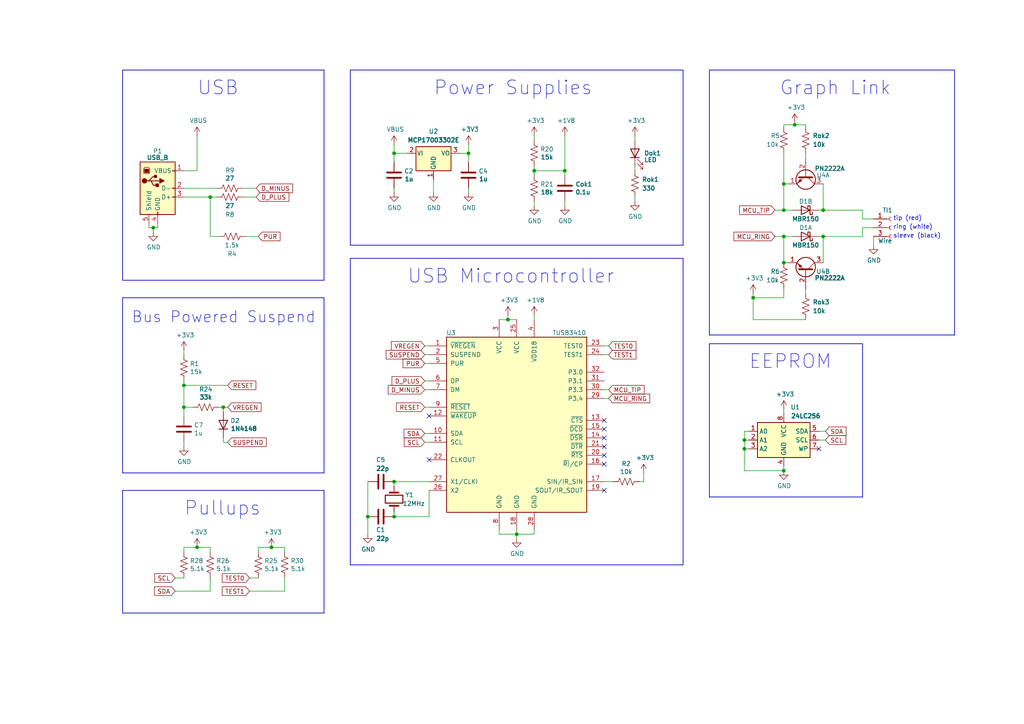
<source format=kicad_sch>
(kicad_sch (version 20230121) (generator eeschema)
  (paper "A4")
  (title_block (title "TI USB Graph Link \"okrayo\" Breadboard") (date "2023-Jul-09") (rev "2"))
  (lib_symbols
    (symbol "Connector:USB_B" (pin_names (offset 1.016))
      (property "Reference" "J1" (at 0 12.065 0))
      (property "Value" "USB_B" (at 0 9.525 0))
      (symbol "USB_B_0_1"
        (rectangle (start -5.08 -7.62) (end 5.08 7.62) (stroke (width 0.254)) (fill (type background)))
        (circle (center -3.81 2.159) (radius 0.635) (stroke (width 0.254)) (fill (type outline)))
        (rectangle (start -3.81 5.588) (end -2.54 4.572) (fill (type outline)))
        (circle (center -0.635 3.429) (radius 0.381) (stroke (width 0.254)) (fill (type outline)))
        (rectangle (start -0.127 -7.62) (end 0.127 -6.858))
        (polyline (pts (xy -1.905 2.159) (xy 0.635 2.159)) (stroke (width 0.254)))
        (polyline (pts (xy -3.175 2.159) (xy -2.54 2.159) (xy -1.27 3.429) (xy -0.635 3.429)) (stroke (width 0.254)))
        (polyline (pts (xy -2.54 2.159) (xy -1.905 2.159) (xy -1.27 0.889) (xy 0 0.889)) (stroke (width 0.254)))
        (polyline (pts (xy 0.635 2.794) (xy 0.635 1.524) (xy 1.905 2.159) (xy 0.635 2.794)) (stroke (width 0.254)) (fill (type outline)))
        (polyline (pts (xy -4.064 4.318) (xy -2.286 4.318) (xy -2.286 5.715) (xy -2.667 6.096) (xy -3.683 6.096) (xy -4.064 5.715) (xy -4.064 4.318)))
        (rectangle (start 0.254 1.27) (end -0.508 0.508) (stroke (width 0.254)) (fill (type outline)))
        (rectangle (start 5.08 -2.667) (end 4.318 -2.413))
        (rectangle (start 5.08 -0.127) (end 4.318 0.127))
        (rectangle (start 5.08 4.953) (end 4.318 5.207))
      )
      (symbol "USB_B_1_1"
        (pin power_out line (at 7.62 5.08 180) (length 2.54) (name "VBUS") (number "1"))
        (pin bidirectional line (at 7.62 0 180) (length 2.54) (name "D-") (number "2"))
        (pin bidirectional line (at 7.62 -2.54 180) (length 2.54) (name "D+") (number "3"))
        (pin power_out line (at 0 -10.16 90) (length 2.54) (name "GND") (number "4"))
        (pin passive line (at -2.54 -10.16 90) (length 2.54) (name "Shield") (number "5"))
      )
    )
    (symbol "Device:C" (pin_numbers hide) (pin_names (offset 0.254))
      (property "Reference" "C" (at 0.635 2.54 0))
      (property "Value" "C" (at 0.635 -2.54 0))
      (symbol "C_0_1"
        (polyline (pts (xy -2.032 -0.762) (xy 2.032 -0.762)) (stroke (width 0.508)))
        (polyline (pts (xy -2.032 0.762) (xy 2.032 0.762)) (stroke (width 0.508)))
      )
      (symbol "C_1_1"
        (pin passive line (at 0 3.81 270) (length 2.794) (name "~") (number "1"))
        (pin passive line (at 0 -3.81 90) (length 2.794) (name "~") (number "2"))
      )
    )
    (symbol "Device:Crystal" (pin_numbers hide) (pin_names (offset 1.016) hide)
      (property "Reference" "Y" (at 0 3.81 0))
      (property "Value" "Crystal" (at 0 -3.81 0))
      (symbol "Crystal_0_1"
        (rectangle (start -1.143 2.54) (end 1.143 -2.54) (stroke (width 0.3048)))
        (polyline (pts (xy -2.54 0) (xy -1.905 0)))
        (polyline (pts (xy -1.905 -1.27) (xy -1.905 1.27)) (stroke (width 0.508)))
        (polyline (pts (xy 1.905 -1.27) (xy 1.905 1.27)) (stroke (width 0.508)))
        (polyline (pts (xy 2.54 0) (xy 1.905 0)))
      )
      (symbol "Crystal_1_1"
        (pin passive line (at -3.81 0 0) (length 1.27) (name "1") (number "1"))
        (pin passive line (at 3.81 0 180) (length 1.27) (name "2") (number "2"))
      )
    )
    (symbol "Device:LED" (pin_numbers hide) (pin_names (offset 1.016) hide)
      (property "Reference" "D" (at 0 2.54 0))
      (property "Value" "LED" (at 0 -2.54 0))
      (symbol "LED_0_1"
        (polyline (pts (xy -1.27 -1.27) (xy -1.27 1.27)) (stroke (width 0.254)))
        (polyline (pts (xy -1.27 0) (xy 1.27 0)))
        (polyline (pts (xy 1.27 -1.27) (xy 1.27 1.27) (xy -1.27 0) (xy 1.27 -1.27)) (stroke (width 0.254)))
        (polyline (pts (xy -3.048 -0.762) (xy -4.572 -2.286) (xy -3.81 -2.286) (xy -4.572 -2.286) (xy -4.572 -1.524)))
        (polyline (pts (xy -1.778 -0.762) (xy -3.302 -2.286) (xy -2.54 -2.286) (xy -3.302 -2.286) (xy -3.302 -1.524)))
      )
      (symbol "LED_1_1"
        (pin passive line (at -3.81 0 0) (length 2.54) (name "K") (number "1"))
        (pin passive line (at 3.81 0 180) (length 2.54) (name "A") (number "2"))
      )
    )
    (symbol "Device:R_US" (pin_numbers hide) (pin_names (offset 0))
      (property "Reference" "R" (at 2.54 0 90))
      (property "Value" "R_US" (at -2.54 0 90))
      (symbol "R_US_0_1"
        (polyline (pts (xy 0 -2.286) (xy 0 -2.54)))
        (polyline (pts (xy 0 2.286) (xy 0 2.54)))
        (polyline (pts (xy 0 -0.762) (xy 1.016 -1.143) (xy 0 -1.524) (xy -1.016 -1.905) (xy 0 -2.286)))
        (polyline (pts (xy 0 0.762) (xy 1.016 0.381) (xy 0 0) (xy -1.016 -0.381) (xy 0 -0.762)))
        (polyline (pts (xy 0 2.286) (xy 1.016 1.905) (xy 0 1.524) (xy -1.016 1.143) (xy 0 0.762)))
      )
      (symbol "R_US_1_1"
        (pin passive line (at 0 3.81 270) (length 1.27) (name "~") (number "1"))
        (pin passive line (at 0 -3.81 90) (length 1.27) (name "~") (number "2"))
      )
    )
    (symbol "Diode:BAS16W" (pin_numbers hide) (pin_names hide)
      (property "Reference" "D" (at 0 2.54 0))
      (property "Value" "BAS16W" (at 0 -2.54 0))
      (symbol "BAS16W_0_1"
        (polyline (pts (xy -1.27 1.27) (xy -1.27 -1.27)) (stroke (width 0.254)))
        (polyline (pts (xy 1.27 0) (xy -1.27 0)))
        (polyline (pts (xy 1.27 1.27) (xy 1.27 -1.27) (xy -1.27 0) (xy 1.27 1.27)) (stroke (width 0.254)))
      )
      (symbol "BAS16W_1_1"
        (pin passive line (at 3.81 0 180) (length 2.54) (name "A") (number "1"))
        (pin no_connect line (at -1.27 0 0) (length 2.54) hide (name "NC") (number "2"))
        (pin passive line (at -3.81 0 0) (length 2.54) (name "K") (number "3"))
      )
    )
    (symbol "Diode:SB150" (pin_numbers hide) (pin_names (offset 1.016) hide)
      (property "Reference" "D" (at 0 2.54 0))
      (property "Value" "SB150" (at 0 -2.54 0))
      (symbol "SB150_0_1"
        (polyline (pts (xy 1.27 0) (xy -1.27 0)))
        (polyline (pts (xy 1.27 1.27) (xy 1.27 -1.27) (xy -1.27 0) (xy 1.27 1.27)) (stroke (width 0.254)))
        (polyline (pts (xy -1.905 0.635) (xy -1.905 1.27) (xy -1.27 1.27) (xy -1.27 -1.27) (xy -0.635 -1.27) (xy -0.635 -0.635)) (stroke (width 0.254)))
      )
      (symbol "SB150_1_1"
        (pin passive line (at -3.81 0 0) (length 2.54) (name "K") (number "1"))
        (pin passive line (at 3.81 0 180) (length 2.54) (name "A") (number "2"))
      )
    )
    (symbol "Memory_EEPROM:24LC256"
      (property "Reference" "U" (at -6.35 6.35 0))
      (property "Value" "24LC256" (at 1.27 6.35 0))
      (symbol "24LC256_1_1"
        (rectangle (start -7.62 5.08) (end 7.62 -5.08) (stroke (width 0.254)) (fill (type background)))
        (pin input line (at -10.16 2.54 0) (length 2.54) (name "A0") (number "1"))
        (pin input line (at -10.16 0 0) (length 2.54) (name "A1") (number "2"))
        (pin input line (at -10.16 -2.54 0) (length 2.54) (name "A2") (number "3"))
        (pin power_in line (at 0 -7.62 90) (length 2.54) (name "GND") (number "4"))
        (pin bidirectional line (at 10.16 2.54 180) (length 2.54) (name "SDA") (number "5"))
        (pin input line (at 10.16 0 180) (length 2.54) (name "SCL") (number "6"))
        (pin input line (at 10.16 -2.54 180) (length 2.54) (name "WP") (number "7"))
        (pin power_in line (at 0 7.62 270) (length 2.54) (name "VCC") (number "8"))
      )
    )
    (symbol "Regulator_Linear:MCP1700x-330xxTO" (pin_names (offset 0.254))
      (property "Reference" "U" (at -3.81 -3.175 0))
      (property "Value" "MCP1700x-330xxTO" (at 0 -3.175 0))
      (symbol "MCP1700x-330xxTO_0_1"
        (rectangle (start -5.08 5.08) (end 5.08 -1.905) (stroke (width 0.254)) (fill (type background)))
      )
      (symbol "MCP1700x-330xxTO_1_1"
        (pin power_in line (at 0 7.62 270) (length 2.54) (name "GND") (number "1"))
        (pin power_in line (at -7.62 0 0) (length 2.54) (name "VI") (number "2"))
        (pin power_out line (at 7.62 0 180) (length 2.54) (name "VO") (number "3"))
      )
    )
    (symbol "Transistor_BJT:PN2222A" (pin_names (offset 0) hide)
      (property "Reference" "Q" (at 5.08 1.905 0))
      (property "Value" "PN2222A" (at 5.08 0 0))
      (symbol "PN2222A_0_1"
        (polyline (pts (xy 0 0) (xy 0.635 0)))
        (polyline (pts (xy 2.54 -2.54) (xy 0.635 -0.635)))
        (polyline (pts (xy 2.54 2.54) (xy 0.635 0.635)))
        (polyline (pts (xy 0.635 1.905) (xy 0.635 -1.905) (xy 0.635 -1.905)) (stroke (width 0.508)))
        (polyline (pts (xy 2.413 -2.413) (xy 1.905 -1.905) (xy 1.905 -1.905)))
        (polyline (pts (xy 1.143 -1.651) (xy 1.651 -1.143) (xy 2.159 -2.159) (xy 1.143 -1.651) (xy 1.143 -1.651)) (fill (type outline)))
        (circle (center 1.27 0) (radius 2.8194) (stroke (width 0.254)))
      )
      (symbol "PN2222A_1_1"
        (pin passive line (at 2.54 -5.08 90) (length 2.54) (name "E") (number "1"))
        (pin input line (at -5.08 0 0) (length 5.08) (name "B") (number "2"))
        (pin passive line (at 2.54 5.08 270) (length 2.54) (name "C") (number "3"))
      )
    )
    (symbol "power:+1V8" (power) (pin_names (offset 0))
      (property "Value" "+1V8" (at 0 3.556 0))
      (symbol "+1V8_0_1"
        (polyline (pts (xy -0.762 1.27) (xy 0 2.54)))
        (polyline (pts (xy 0 0) (xy 0 2.54)))
        (polyline (pts (xy 0 2.54) (xy 0.762 1.27)))
      )
      (symbol "+1V8_1_1"
        (pin power_in line (at 0 0 90) (length 0) hide (name "+1V8") (number "1"))
      )
    )
    (symbol "power:+3V3" (power) (pin_names (offset 0))
      (property "Value" "+3V3" (at 0 3.556 0))
      (symbol "+3V3_0_1"
        (polyline (pts (xy -0.762 1.27) (xy 0 2.54)))
        (polyline (pts (xy 0 0) (xy 0 2.54)))
        (polyline (pts (xy 0 2.54) (xy 0.762 1.27)))
      )
      (symbol "+3V3_1_1"
        (pin power_in line (at 0 0 90) (length 0) hide (name "+3V3") (number "1"))
      )
    )
    (symbol "power:GND" (power) (pin_names (offset 0))
      (property "Value" "GND" (at 0 -3.81 0))
      (symbol "GND_0_1"
        (polyline (pts (xy 0 0) (xy 0 -1.27) (xy 1.27 -1.27) (xy 0 -2.54) (xy -1.27 -1.27) (xy 0 -1.27)))
      )
      (symbol "GND_1_1"
        (pin power_in line (at 0 0 270) (length 0) hide (name "GND") (number "1"))
      )
    )
    (symbol "power:VBUS" (power) (pin_names (offset 0))
      (property "Value" "VBUS" (at 0 3.81 0))
      (symbol "VBUS_0_1"
        (polyline (pts (xy -0.762 1.27) (xy 0 2.54)))
        (polyline (pts (xy 0 0) (xy 0 2.54)))
        (polyline (pts (xy 0 2.54) (xy 0.762 1.27)))
      )
      (symbol "VBUS_1_1"
        (pin power_in line (at 0 0 90) (length 0) hide (name "VBUS") (number "1"))
      )
    )
    (symbol "ti_silver_link_okrayo_breadboard-rescue:+3.3V-power" (power) (pin_names (offset 0))
      (property "Value" "+3.3V-power" (at 0 3.556 0))
      (symbol "+3.3V-power_0_1"
        (polyline (pts (xy -0.762 1.27) (xy 0 2.54)))
        (polyline (pts (xy 0 0) (xy 0 2.54)))
        (polyline (pts (xy 0 2.54) (xy 0.762 1.27)))
      )
      (symbol "+3.3V-power_1_1"
        (pin power_in line (at 0 0 90) (length 0) hide (name "+3V3") (number "1"))
      )
    )
    (symbol "ti_silver_link_okrayo_breadboard-rescue:Conn_01x03_Female-Connector" (pin_names (offset 1.016) hide)
      (property "Reference" "J" (at 0 5.08 0))
      (property "Value" "Connector_Conn_01x03_Female" (at 0 -5.08 0))
      (symbol "Conn_01x03_Female-Connector_1_1"
        (arc (start 0 -2.032) (mid -0.5058 -2.54) (end 0 -3.048) (stroke (width 0.1524)))
        (polyline (pts (xy -1.27 -2.54) (xy -0.508 -2.54)) (stroke (width 0.1524)))
        (polyline (pts (xy -1.27 0) (xy -0.508 0)) (stroke (width 0.1524)))
        (polyline (pts (xy -1.27 2.54) (xy -0.508 2.54)) (stroke (width 0.1524)))
        (arc (start 0 0.508) (mid -0.5058 0) (end 0 -0.508) (stroke (width 0.1524)))
        (arc (start 0 3.048) (mid -0.5058 2.54) (end 0 2.032) (stroke (width 0.1524)))
        (pin passive line (at -5.08 2.54 0) (length 3.81) (name "Pin_1") (number "1"))
        (pin passive line (at -5.08 0 0) (length 3.81) (name "Pin_2") (number "2"))
        (pin passive line (at -5.08 -2.54 0) (length 3.81) (name "Pin_3") (number "3"))
      )
    )
    (symbol "ti_silver_link_okrayo_breadboard-rescue:TUSB3410-Interface_USB" (pin_names (offset 1.016))
      (property "Reference" "U" (at -19.05 26.67 0))
      (property "Value" "Interface_USB_TUSB3410" (at 0 0 0))
      (symbol "TUSB3410-Interface_USB_0_1"
        (rectangle (start -20.32 25.4) (end 20.32 -25.4) (stroke (width 0.254)) (fill (type background)))
      )
      (symbol "TUSB3410-Interface_USB_1_1"
        (pin input line (at -25.4 22.86 0) (length 5.08) (name "~{VREGEN}") (number "1"))
        (pin bidirectional line (at -25.4 -2.54 0) (length 5.08) (name "SDA") (number "10"))
        (pin bidirectional line (at -25.4 -5.08 0) (length 5.08) (name "SCL") (number "11"))
        (pin input line (at -25.4 2.54 0) (length 5.08) (name "~{WAKEUP}") (number "12"))
        (pin input line (at 25.4 1.27 180) (length 5.08) (name "~{CTS}") (number "13"))
        (pin input line (at 25.4 -3.81 180) (length 5.08) (name "~{DSR}") (number "14"))
        (pin input line (at 25.4 -1.27 180) (length 5.08) (name "~{DCD}") (number "15"))
        (pin input line (at 25.4 -11.43 180) (length 5.08) (name "~{RI}/CP") (number "16"))
        (pin input line (at 25.4 -16.51 180) (length 5.08) (name "SIN/IR_SIN") (number "17"))
        (pin power_in line (at 0 -30.48 90) (length 5.08) (name "GND") (number "18"))
        (pin output line (at 25.4 -19.05 180) (length 5.08) (name "SOUT/IR_SOUT") (number "19"))
        (pin output line (at -25.4 20.32 0) (length 5.08) (name "SUSPEND") (number "2"))
        (pin output line (at 25.4 -8.89 180) (length 5.08) (name "~{RTS}") (number "20"))
        (pin output line (at 25.4 -6.35 180) (length 5.08) (name "~{DTR}") (number "21"))
        (pin output line (at -25.4 -10.16 0) (length 5.08) (name "CLKOUT") (number "22"))
        (pin input line (at 25.4 22.86 180) (length 5.08) (name "TEST0") (number "23"))
        (pin input line (at 25.4 20.32 180) (length 5.08) (name "TEST1") (number "24"))
        (pin power_in line (at 0 30.48 270) (length 5.08) (name "VCC") (number "25"))
        (pin output line (at -25.4 -19.05 0) (length 5.08) (name "X2") (number "26"))
        (pin input line (at -25.4 -16.51 0) (length 5.08) (name "X1/CLKI") (number "27"))
        (pin power_in line (at 5.08 -30.48 90) (length 5.08) (name "GND") (number "28"))
        (pin bidirectional line (at 25.4 7.62 180) (length 5.08) (name "P3.4") (number "29"))
        (pin power_in line (at -5.08 30.48 270) (length 5.08) (name "VCC") (number "3"))
        (pin bidirectional line (at 25.4 10.16 180) (length 5.08) (name "P3.3") (number "30"))
        (pin bidirectional line (at 25.4 12.7 180) (length 5.08) (name "P3.1") (number "31"))
        (pin bidirectional line (at 25.4 15.24 180) (length 5.08) (name "P3.0") (number "32"))
        (pin power_in line (at 5.08 30.48 270) (length 5.08) (name "VDD18") (number "4"))
        (pin output line (at -25.4 17.78 0) (length 5.08) (name "PUR") (number "5"))
        (pin bidirectional line (at -25.4 12.7 0) (length 5.08) (name "DP") (number "6"))
        (pin bidirectional line (at -25.4 10.16 0) (length 5.08) (name "DM") (number "7"))
        (pin power_in line (at -5.08 -30.48 90) (length 5.08) (name "GND") (number "8"))
        (pin input line (at -25.4 5.08 0) (length 5.08) (name "~{RESET}") (number "9"))
      )
    )
  )
  (junction (at 114.3 139.7))
  (junction (at 227.33 68.58))
  (junction (at 227.33 76.2))
  (junction (at 149.86 154.94))
  (junction (at 57.15 158.75))
  (junction (at 215.9 130.175))
  (junction (at 218.44 86.36))
  (junction (at 106.68 149.86))
  (junction (at 53.34 111.76))
  (junction (at 227.33 60.96))
  (junction (at 238.76 68.58))
  (junction (at 163.83 49.53))
  (junction (at 147.32 92.71))
  (junction (at 78.74 158.75))
  (junction (at 114.3 149.86))
  (junction (at 238.76 60.96))
  (junction (at 215.9 127.635))
  (junction (at 227.33 136.525))
  (junction (at 230.505 36.195))
  (junction (at 53.34 118.11))
  (junction (at 135.89 44.45))
  (junction (at 60.96 57.15))
  (junction (at 44.45 66.04))
  (junction (at 64.77 118.11))
  (junction (at 227.33 53.34))
  (junction (at 154.94 49.53))
  (junction (at 114.3 44.45))
  (no_connect (at 124.46 133.35))
  (no_connect (at 237.49 130.175))
  (no_connect (at 175.26 127))
  (no_connect (at 124.46 120.65))
  (no_connect (at 175.26 129.54))
  (no_connect (at 175.26 134.62))
  (no_connect (at 175.26 142.24))
  (no_connect (at 175.26 121.92))
  (no_connect (at 175.26 132.08))
  (no_connect (at 175.26 124.46))
  (wire (pts (xy 70.485 54.61) (xy 74.295 54.61)))
  (wire (pts (xy 123.19 125.73) (xy 124.46 125.73)))
  (wire (pts (xy 64.77 119.38) (xy 64.77 118.11)))
  (wire (pts (xy 135.89 46.99) (xy 135.89 44.45)))
  (wire (pts (xy 154.94 48.26) (xy 154.94 49.53)))
  (wire (pts (xy 147.32 92.71) (xy 147.32 91.44)))
  (polyline (pts (xy 35.56 177.8) (xy 35.56 142.24)) (stroke (width 0.2032) (type solid)))
  (wire (pts (xy 233.68 44.45) (xy 233.68 45.72)))
  (wire (pts (xy 60.96 158.75) (xy 57.15 158.75)))
  (polyline (pts (xy 250.19 144.145) (xy 250.19 99.695)) (stroke (width 0.2032) (type solid)))
  (polyline (pts (xy 205.74 144.145) (xy 250.19 144.145)) (stroke (width 0.2032) (type solid)))
  (polyline (pts (xy 93.98 20.32) (xy 35.56 20.32)) (stroke (width 0.2032) (type solid)))
  (polyline (pts (xy 205.74 20.32) (xy 205.74 97.155)) (stroke (width 0.2032) (type solid)))
  (wire (pts (xy 233.68 83.82) (xy 233.68 85.09)))
  (wire (pts (xy 215.9 125.095) (xy 215.9 127.635)))
  (wire (pts (xy 184.15 57.15) (xy 184.15 58.42)))
  (polyline (pts (xy 101.6 20.32) (xy 198.12 20.32)) (stroke (width 0.2032) (type solid)))
  (polyline (pts (xy 93.98 81.28) (xy 93.98 20.32)) (stroke (width 0.2032) (type solid)))
  (wire (pts (xy 253.365 63.5) (xy 250.19 63.5)))
  (wire (pts (xy 215.9 127.635) (xy 215.9 130.175)))
  (wire (pts (xy 125.73 52.07) (xy 125.73 55.88)))
  (wire (pts (xy 250.19 63.5) (xy 250.19 60.96)))
  (polyline (pts (xy 101.6 74.93) (xy 198.12 74.93)) (stroke (width 0.2032) (type solid)))
  (polyline (pts (xy 101.6 163.83) (xy 101.6 74.93)) (stroke (width 0.2032) (type solid)))
  (wire (pts (xy 175.26 100.33) (xy 176.53 100.33)))
  (wire (pts (xy 227.33 76.2) (xy 227.33 68.58)))
  (wire (pts (xy 50.8 167.64) (xy 53.34 167.64)))
  (wire (pts (xy 64.77 128.27) (xy 64.77 127)))
  (wire (pts (xy 123.19 110.49) (xy 124.46 110.49)))
  (wire (pts (xy 227.33 36.83) (xy 227.33 36.195)))
  (wire (pts (xy 175.26 113.03) (xy 176.53 113.03)))
  (wire (pts (xy 60.96 171.45) (xy 60.96 167.64)))
  (wire (pts (xy 53.34 54.61) (xy 62.865 54.61)))
  (wire (pts (xy 106.68 149.86) (xy 106.68 154.94)))
  (wire (pts (xy 135.89 54.61) (xy 135.89 55.88)))
  (polyline (pts (xy 35.56 81.28) (xy 93.98 81.28)) (stroke (width 0.2032) (type solid)))
  (wire (pts (xy 253.365 68.58) (xy 253.365 71.12)))
  (wire (pts (xy 123.19 118.11) (xy 124.46 118.11)))
  (wire (pts (xy 224.79 68.58) (xy 227.33 68.58)))
  (wire (pts (xy 72.39 171.45) (xy 82.55 171.45)))
  (wire (pts (xy 66.04 111.76) (xy 53.34 111.76)))
  (wire (pts (xy 250.19 66.04) (xy 250.19 68.58)))
  (wire (pts (xy 154.94 49.53) (xy 163.83 49.53)))
  (wire (pts (xy 237.49 68.58) (xy 238.76 68.58)))
  (wire (pts (xy 215.9 130.175) (xy 215.9 136.525)))
  (polyline (pts (xy 276.86 97.155) (xy 205.74 97.155)) (stroke (width 0.2032) (type solid)))
  (wire (pts (xy 186.69 139.7) (xy 186.69 137.16)))
  (wire (pts (xy 133.35 44.45) (xy 135.89 44.45)))
  (wire (pts (xy 43.18 66.04) (xy 44.45 66.04)))
  (polyline (pts (xy 205.74 99.695) (xy 205.74 144.145)) (stroke (width 0.2032) (type solid)))
  (wire (pts (xy 44.45 66.04) (xy 44.45 67.31)))
  (wire (pts (xy 217.17 130.175) (xy 215.9 130.175)))
  (wire (pts (xy 233.68 92.71) (xy 218.44 92.71)))
  (polyline (pts (xy 101.6 20.32) (xy 101.6 71.12)) (stroke (width 0.2032) (type solid)))
  (wire (pts (xy 237.49 127.635) (xy 239.395 127.635)))
  (wire (pts (xy 53.34 160.02) (xy 53.34 158.75)))
  (wire (pts (xy 227.33 36.195) (xy 230.505 36.195)))
  (wire (pts (xy 233.68 36.195) (xy 233.68 36.83)))
  (wire (pts (xy 114.3 44.45) (xy 118.11 44.45)))
  (wire (pts (xy 227.33 83.82) (xy 227.33 86.36)))
  (wire (pts (xy 250.19 66.04) (xy 253.365 66.04)))
  (wire (pts (xy 53.34 49.53) (xy 57.15 49.53)))
  (wire (pts (xy 238.76 68.58) (xy 250.19 68.58)))
  (polyline (pts (xy 35.56 142.24) (xy 93.98 142.24)) (stroke (width 0.2032) (type solid)))
  (wire (pts (xy 149.86 154.94) (xy 154.94 154.94)))
  (polyline (pts (xy 198.12 163.83) (xy 101.6 163.83)) (stroke (width 0.2032) (type solid)))
  (wire (pts (xy 184.15 39.37) (xy 184.15 40.64)))
  (wire (pts (xy 60.96 57.15) (xy 60.96 68.58)))
  (wire (pts (xy 237.49 60.96) (xy 238.76 60.96)))
  (wire (pts (xy 238.76 60.96) (xy 250.19 60.96)))
  (wire (pts (xy 227.33 53.34) (xy 227.33 60.96)))
  (wire (pts (xy 217.17 127.635) (xy 215.9 127.635)))
  (wire (pts (xy 185.42 139.7) (xy 186.69 139.7)))
  (wire (pts (xy 53.34 110.49) (xy 53.34 111.76)))
  (polyline (pts (xy 35.56 20.32) (xy 35.56 81.28)) (stroke (width 0.2032) (type solid)))
  (wire (pts (xy 154.94 49.53) (xy 154.94 50.8)))
  (wire (pts (xy 53.34 120.65) (xy 53.34 118.11)))
  (wire (pts (xy 123.19 113.03) (xy 124.46 113.03)))
  (wire (pts (xy 144.78 153.67) (xy 144.78 154.94)))
  (wire (pts (xy 114.3 140.97) (xy 114.3 139.7)))
  (wire (pts (xy 124.46 139.7) (xy 114.3 139.7)))
  (wire (pts (xy 82.55 158.75) (xy 82.55 160.02)))
  (wire (pts (xy 106.68 139.7) (xy 106.68 149.86)))
  (wire (pts (xy 114.3 149.86) (xy 124.46 149.86)))
  (wire (pts (xy 114.3 44.45) (xy 114.3 46.99)))
  (wire (pts (xy 144.78 154.94) (xy 149.86 154.94)))
  (wire (pts (xy 57.15 39.37) (xy 57.15 49.53)))
  (wire (pts (xy 53.34 158.75) (xy 57.15 158.75)))
  (wire (pts (xy 154.94 154.94) (xy 154.94 153.67)))
  (wire (pts (xy 218.44 92.71) (xy 218.44 86.36)))
  (wire (pts (xy 114.3 149.86) (xy 114.3 148.59)))
  (polyline (pts (xy 93.98 142.24) (xy 93.98 177.8)) (stroke (width 0.2032) (type solid)))
  (wire (pts (xy 184.15 48.26) (xy 184.15 49.53)))
  (wire (pts (xy 230.505 36.195) (xy 233.68 36.195)))
  (wire (pts (xy 215.9 136.525) (xy 227.33 136.525)))
  (wire (pts (xy 227.33 136.525) (xy 227.33 135.255)))
  (polyline (pts (xy 101.6 71.12) (xy 198.12 71.12)) (stroke (width 0.2032) (type solid)))
  (wire (pts (xy 238.76 76.2) (xy 238.76 68.58)))
  (wire (pts (xy 66.04 128.27) (xy 64.77 128.27)))
  (wire (pts (xy 154.94 40.64) (xy 154.94 39.37)))
  (wire (pts (xy 149.86 154.94) (xy 149.86 156.21)))
  (wire (pts (xy 227.33 60.96) (xy 229.87 60.96)))
  (wire (pts (xy 238.76 53.34) (xy 238.76 60.96)))
  (wire (pts (xy 64.77 118.11) (xy 63.5 118.11)))
  (wire (pts (xy 227.33 44.45) (xy 227.33 53.34)))
  (polyline (pts (xy 35.56 137.16) (xy 35.56 86.36)) (stroke (width 0.2032) (type solid)))
  (wire (pts (xy 163.83 49.53) (xy 163.83 39.37)))
  (wire (pts (xy 144.78 92.71) (xy 147.32 92.71)))
  (wire (pts (xy 123.19 100.33) (xy 124.46 100.33)))
  (wire (pts (xy 60.96 160.02) (xy 60.96 158.75)))
  (wire (pts (xy 218.44 85.09) (xy 218.44 86.36)))
  (wire (pts (xy 78.74 158.75) (xy 82.55 158.75)))
  (wire (pts (xy 124.46 142.24) (xy 124.46 149.86)))
  (wire (pts (xy 175.26 139.7) (xy 177.8 139.7)))
  (wire (pts (xy 149.86 153.67) (xy 149.86 154.94)))
  (wire (pts (xy 53.34 111.76) (xy 53.34 118.11)))
  (wire (pts (xy 228.6 76.2) (xy 227.33 76.2)))
  (polyline (pts (xy 93.98 177.8) (xy 35.56 177.8)) (stroke (width 0.2032) (type solid)))
  (wire (pts (xy 154.94 59.69) (xy 154.94 58.42)))
  (wire (pts (xy 237.49 125.095) (xy 239.395 125.095)))
  (wire (pts (xy 175.26 115.57) (xy 176.53 115.57)))
  (wire (pts (xy 74.93 160.02) (xy 74.93 158.75)))
  (wire (pts (xy 147.32 92.71) (xy 149.86 92.71)))
  (wire (pts (xy 123.19 128.27) (xy 124.46 128.27)))
  (wire (pts (xy 53.34 128.27) (xy 53.34 129.54)))
  (polyline (pts (xy 198.12 20.32) (xy 198.12 71.12)) (stroke (width 0.2032) (type solid)))
  (wire (pts (xy 63.5 68.58) (xy 60.96 68.58)))
  (wire (pts (xy 217.17 125.095) (xy 215.9 125.095)))
  (wire (pts (xy 45.72 64.77) (xy 45.72 66.04)))
  (wire (pts (xy 74.93 158.75) (xy 78.74 158.75)))
  (wire (pts (xy 44.45 66.04) (xy 45.72 66.04)))
  (wire (pts (xy 114.3 54.61) (xy 114.3 55.88)))
  (wire (pts (xy 82.55 171.45) (xy 82.55 167.64)))
  (polyline (pts (xy 250.19 99.695) (xy 205.74 99.695)) (stroke (width 0.2032) (type solid)))
  (wire (pts (xy 50.8 171.45) (xy 60.96 171.45)))
  (polyline (pts (xy 93.98 86.36) (xy 93.98 137.16)) (stroke (width 0.2032) (type solid)))
  (wire (pts (xy 60.96 57.15) (xy 62.865 57.15)))
  (wire (pts (xy 70.485 57.15) (xy 74.295 57.15)))
  (wire (pts (xy 224.79 60.96) (xy 227.33 60.96)))
  (wire (pts (xy 230.505 35.56) (xy 230.505 36.195)))
  (wire (pts (xy 227.33 68.58) (xy 229.87 68.58)))
  (wire (pts (xy 163.83 58.42) (xy 163.83 59.69)))
  (polyline (pts (xy 35.56 86.36) (xy 93.98 86.36)) (stroke (width 0.2032) (type solid)))
  (polyline (pts (xy 35.56 137.16) (xy 93.98 137.16)) (stroke (width 0.2032) (type solid)))
  (polyline (pts (xy 276.86 20.32) (xy 205.74 20.32)) (stroke (width 0.2032) (type solid)))
  (polyline (pts (xy 276.86 20.32) (xy 276.86 97.155)) (stroke (width 0.2032) (type solid)))
  (wire (pts (xy 175.26 102.87) (xy 176.53 102.87)))
  (polyline (pts (xy 198.12 74.93) (xy 198.12 163.83)) (stroke (width 0.2032) (type solid)))
  (wire (pts (xy 114.3 41.91) (xy 114.3 44.45)))
  (wire (pts (xy 227.33 120.015) (xy 227.33 118.745)))
  (wire (pts (xy 124.46 102.87) (xy 123.19 102.87)))
  (wire (pts (xy 163.83 49.53) (xy 163.83 50.8)))
  (wire (pts (xy 53.34 102.87) (xy 53.34 101.6)))
  (wire (pts (xy 72.39 167.64) (xy 74.93 167.64)))
  (wire (pts (xy 53.34 57.15) (xy 60.96 57.15)))
  (wire (pts (xy 218.44 86.36) (xy 227.33 86.36)))
  (wire (pts (xy 135.89 44.45) (xy 135.89 41.91)))
  (wire (pts (xy 55.88 118.11) (xy 53.34 118.11)))
  (wire (pts (xy 43.18 64.77) (xy 43.18 66.04)))
  (wire (pts (xy 154.94 92.71) (xy 154.94 91.44)))
  (wire (pts (xy 71.12 68.58) (xy 74.93 68.58)))
  (wire (pts (xy 66.04 118.11) (xy 64.77 118.11)))
  (wire (pts (xy 228.6 53.34) (xy 227.33 53.34)))
  (wire (pts (xy 123.19 105.41) (xy 124.46 105.41)))
  (text "ring (white)" (at 259.08 66.675 0) (effects (font (size 1.27 1.27)) (justify left bottom)))
  (text "sleeve (black)" (at 259.08 69.215 0) (effects (font (size 1.27 1.27)) (justify left bottom)))
  (text "USB" (at 57.15 27.94 0) (effects (font (size 3.9878 3.9878)) (justify left bottom)))
  (text "EEPROM" (at 217.17 107.315 0) (effects (font (size 3.9878 3.9878)) (justify left bottom)))
  (text "Pullups" (at 53.34 149.86 0) (effects (font (size 3.9878 3.9878)) (justify left bottom)))
  (text "Graph Link\n" (at 226.06 27.94 0) (effects (font (size 3.9878 3.9878)) (justify left bottom)))
  (text "Power Supplies" (at 125.73 27.94 0) (effects (font (size 3.9878 3.9878)) (justify left bottom)))
  (text "Bus Powered Suspend" (at 38.1 93.98 0) (effects (font (size 3.2004 3.2004)) (justify left bottom)))
  (text "tip (red)" (at 259.08 64.135 0) (effects (font (size 1.27 1.27)) (justify left bottom)))
  (text "USB Microcontroller\n" (at 118.11 82.55 0) (effects (font (size 3.9878 3.9878)) (justify left bottom)))
  (global_label "SCL" (shape input) (at 123.19 128.27 180) (property "Intersheetrefs" "${INTERSHEET_REFS}" (effects hide)))
  (global_label "PUR" (shape input) (at 74.93 68.58 0) (property "Intersheetrefs" "${INTERSHEET_REFS}" (effects hide)))
  (global_label "RESET" (shape input) (at 66.04 111.76 0) (property "Intersheetrefs" "${INTERSHEET_REFS}" (effects hide)))
  (global_label "MCU_RING" (shape input) (at 176.53 115.57 0) (property "Intersheetrefs" "${INTERSHEET_REFS}" (effects hide)))
  (global_label "SUSPEND" (shape input) (at 66.04 128.27 0) (property "Intersheetrefs" "${INTERSHEET_REFS}" (effects hide)))
  (global_label "D_PLUS" (shape input) (at 74.295 57.15 0) (property "Intersheetrefs" "${INTERSHEET_REFS}" (effects hide)))
  (global_label "SDA" (shape input) (at 239.395 125.095 0) (property "Intersheetrefs" "${INTERSHEET_REFS}" (effects hide)))
  (global_label "TEST1" (shape input) (at 72.39 171.45 180) (property "Intersheetrefs" "${INTERSHEET_REFS}" (effects hide)))
  (global_label "VREGEN" (shape input) (at 66.04 118.11 0) (property "Intersheetrefs" "${INTERSHEET_REFS}" (effects hide)))
  (global_label "TEST1" (shape input) (at 176.53 102.87 0) (property "Intersheetrefs" "${INTERSHEET_REFS}" (effects hide)))
  (global_label "D_PLUS" (shape input) (at 123.19 110.49 180) (property "Intersheetrefs" "${INTERSHEET_REFS}" (effects hide)))
  (global_label "TEST0" (shape input) (at 72.39 167.64 180) (property "Intersheetrefs" "${INTERSHEET_REFS}" (effects hide)))
  (global_label "SCL" (shape input) (at 239.395 127.635 0) (property "Intersheetrefs" "${INTERSHEET_REFS}" (effects hide)))
  (global_label "SUSPEND" (shape input) (at 123.19 102.87 180) (property "Intersheetrefs" "${INTERSHEET_REFS}" (effects hide)))
  (global_label "SCL" (shape input) (at 50.8 167.64 180) (property "Intersheetrefs" "${INTERSHEET_REFS}" (effects hide)))
  (global_label "D_MINUS" (shape input) (at 74.295 54.61 0) (property "Intersheetrefs" "${INTERSHEET_REFS}" (effects hide)))
  (global_label "RESET" (shape input) (at 123.19 118.11 180) (property "Intersheetrefs" "${INTERSHEET_REFS}" (effects hide)))
  (global_label "SDA" (shape input) (at 50.8 171.45 180) (property "Intersheetrefs" "${INTERSHEET_REFS}" (effects hide)))
  (global_label "VREGEN" (shape input) (at 123.19 100.33 180) (property "Intersheetrefs" "${INTERSHEET_REFS}" (effects hide)))
  (global_label "PUR" (shape input) (at 123.19 105.41 180) (property "Intersheetrefs" "${INTERSHEET_REFS}" (effects hide)))
  (global_label "MCU_TIP" (shape input) (at 176.53 113.03 0) (property "Intersheetrefs" "${INTERSHEET_REFS}" (effects hide)))
  (global_label "SDA" (shape input) (at 123.19 125.73 180) (property "Intersheetrefs" "${INTERSHEET_REFS}" (effects hide)))
  (global_label "D_MINUS" (shape input) (at 123.19 113.03 180) (property "Intersheetrefs" "${INTERSHEET_REFS}" (effects hide)))
  (global_label "MCU_RING" (shape input) (at 224.79 68.58 180) (property "Intersheetrefs" "${INTERSHEET_REFS}" (effects hide)))
  (global_label "TEST0" (shape input) (at 176.53 100.33 0) (property "Intersheetrefs" "${INTERSHEET_REFS}" (effects hide)))
  (global_label "MCU_TIP" (shape input) (at 224.79 60.96 180) (property "Intersheetrefs" "${INTERSHEET_REFS}" (effects hide)))
  (symbol (lib_id "power:GND") (at 114.3 55.88 0) (unit 1)
    (property "Reference" "#PWR0104" (effects hide))
    (property "Value" "GND" (at 114.427 60.2742 0))
  )
  (symbol (lib_id "Device:C") (at 114.3 50.8 0) (unit 1)
    (property "Reference" "C2" (at 117.221 49.6316 0) (effects (justify left)))
    (property "Value" "1u" (at 117.221 51.943 0) (effects (font bold) (justify left)))
  )
  (symbol (lib_id "Device:R_US") (at 66.675 54.61 270) (unit 1)
    (property "Reference" "R9" (at 66.675 49.403 90))
    (property "Value" "27" (at 66.675 51.7144 90) (effects (font bold)))
  )
  (symbol (lib_id "Device:R_US") (at 66.675 57.15 270) (unit 1)
    (property "Reference" "R8" (at 66.675 62.23 90))
    (property "Value" "27" (at 66.675 59.69 90) (effects (font bold)))
  )
  (symbol (lib_id "Device:C") (at 135.89 50.8 0) (unit 1)
    (property "Reference" "C4" (at 138.811 49.6316 0) (effects (justify left)))
    (property "Value" "1u" (at 138.811 51.943 0) (effects (font bold) (justify left)))
  )
  (symbol (lib_id "power:GND") (at 135.89 55.88 0) (unit 1)
    (property "Reference" "#PWR0105" (effects hide))
    (property "Value" "GND" (at 136.017 60.2742 0))
  )
  (symbol (lib_id "power:GND") (at 125.73 55.88 0) (unit 1)
    (property "Reference" "#PWR0106" (effects hide))
    (property "Value" "GND" (at 125.857 60.2742 0))
  )
  (symbol (lib_id "power:+3V3") (at 135.89 41.91 0) (unit 1)
    (property "Reference" "#PWR0108" (effects hide))
    (property "Value" "+3V3" (at 136.271 37.5158 0))
  )
  (symbol (lib_id "Device:Crystal") (at 114.3 144.78 90) (unit 1)
    (property "Reference" "Y1" (at 118.745 143.51 90))
    (property "Value" "12MHz" (at 120.015 146.05 90))
  )
  (symbol (lib_id "power:GND") (at 44.45 67.31 0) (unit 1)
    (property "Reference" "#PWR?" (effects hide))
    (property "Value" "GND" (at 44.577 71.7042 0))
  )
  (symbol (lib_id "Device:R_US") (at 67.31 68.58 270) (unit 1)
    (property "Reference" "R4" (at 67.31 73.66 90))
    (property "Value" "1.5k" (at 67.31 71.12 90))
  )
  (symbol (lib_id "ti_silver_link_okrayo_breadboard-rescue:TUSB3410-Interface_USB") (at 149.86 123.19 0) (unit 1)
    (property "Reference" "U3" (at 130.81 96.52 0))
    (property "Value" "TUSB3410" (at 165.1 96.52 0))
    (property "Footprint" "Package_DFN_QFN:VQFN-32-1EP_5x5mm_P0.5mm_EP3.5x3.5mm_ThermalVias" (effects hide))
    (property "Datasheet" "https://www.ti.com/lit/gpn/tusb3410" (effects hide))
  )
  (symbol (lib_id "Device:C") (at 110.49 139.7 90) (unit 1)
    (property "Reference" "C5" (at 111.76 133.35 90) (effects (justify left)))
    (property "Value" "22p" (at 113.03 135.89 90) (effects (font bold) (justify left)))
  )
  (symbol (lib_id "Device:C") (at 110.49 149.86 90) (unit 1)
    (property "Reference" "C1" (at 111.76 153.67 90) (effects (justify left)))
    (property "Value" "22p" (at 113.03 156.21 90) (effects (font bold) (justify left)))
  )
  (symbol (lib_id "Device:R_US") (at 53.34 106.68 0) (unit 1)
    (property "Reference" "R1" (at 55.0672 105.5116 0) (effects (justify left)))
    (property "Value" "15k" (at 55.0672 107.823 0) (effects (justify left)))
  )
  (symbol (lib_id "Device:R_US") (at 59.69 118.11 270) (unit 1)
    (property "Reference" "R24" (at 59.69 112.903 90))
    (property "Value" "33k" (at 59.69 115.2144 90) (effects (font bold)))
  )
  (symbol (lib_id "Device:C") (at 53.34 124.46 0) (unit 1)
    (property "Reference" "C7" (at 56.261 123.2916 0) (effects (justify left)))
    (property "Value" "1u" (at 56.261 125.603 0) (effects (justify left)))
  )
  (symbol (lib_id "power:GND") (at 53.34 129.54 0) (unit 1)
    (property "Reference" "#PWR?" (effects hide))
    (property "Value" "GND" (at 53.467 133.9342 0))
  )
  (symbol (lib_id "ti_silver_link_okrayo_breadboard-rescue:+3.3V-power") (at 53.34 101.6 0) (unit 1)
    (property "Reference" "#PWR?" (effects hide))
    (property "Value" "+3.3V" (at 53.721 97.2058 0))
  )
  (symbol (lib_id "ti_silver_link_okrayo_breadboard-rescue:Conn_01x03_Female-Connector") (at 258.445 66.04 0) (unit 1)
    (property "Reference" "TI1" (at 255.905 60.96 0) (effects (justify left)))
    (property "Value" "Wire" (at 254.635 69.85 0) (effects (justify left)))
  )
  (symbol (lib_id "Diode:BAS16W") (at 64.77 123.19 90) (unit 1)
    (property "Reference" "D2" (at 66.802 122.0216 90) (effects (justify right)))
    (property "Value" "1N4148" (at 66.802 124.333 90) (effects (font bold) (justify right)))
    (property "Footprint" "Package_TO_SOT_SMD:SOT-323_SC-70" (effects hide))
    (property "Datasheet" "https://assets.nexperia.com/documents/data-sheet/BAS16_SER.pdf" (effects hide))
  )
  (symbol (lib_id "power:GND") (at 253.365 71.12 0) (unit 1)
    (property "Reference" "#PWR0117" (effects hide))
    (property "Value" "GND" (at 253.492 75.5142 0))
  )
  (symbol (lib_id "power:GND") (at 149.86 156.21 0) (unit 1)
    (property "Reference" "#PWR?" (effects hide))
    (property "Value" "GND" (at 149.987 160.6042 0))
  )
  (symbol (lib_id "power:+3V3") (at 147.32 91.44 0) (unit 1)
    (property "Reference" "#PWR?" (effects hide))
    (property "Value" "+3V3" (at 147.701 87.0458 0))
  )
  (symbol (lib_id "power:+1V8") (at 154.94 91.44 0) (unit 1)
    (property "Reference" "#PWR?" (effects hide))
    (property "Value" "+1V8" (at 155.321 87.0458 0))
  )
  (symbol (lib_id "Device:R_US") (at 53.34 163.83 0) (unit 1)
    (property "Reference" "R28" (at 55.0672 162.6616 0) (effects (justify left)))
    (property "Value" "5.1k" (at 55.0672 164.973 0) (effects (justify left)))
  )
  (symbol (lib_id "Device:R_US") (at 60.96 163.83 0) (unit 1)
    (property "Reference" "R26" (at 62.6872 162.6616 0) (effects (justify left)))
    (property "Value" "5.1k" (at 62.6872 164.973 0) (effects (justify left)))
  )
  (symbol (lib_id "Device:R_US") (at 74.93 163.83 0) (unit 1)
    (property "Reference" "R25" (at 76.6572 162.6616 0) (effects (justify left)))
    (property "Value" "5.1k" (at 76.6572 164.973 0) (effects (justify left)))
  )
  (symbol (lib_id "Device:R_US") (at 82.55 163.83 0) (unit 1)
    (property "Reference" "R30" (at 84.2772 162.6616 0) (effects (justify left)))
    (property "Value" "5.1k" (at 84.2772 164.973 0) (effects (justify left)))
  )
  (symbol (lib_id "ti_silver_link_okrayo_breadboard-rescue:+3.3V-power") (at 57.15 158.75 0) (unit 1)
    (property "Reference" "#PWR?" (effects hide))
    (property "Value" "+3.3V" (at 57.531 154.3558 0))
  )
  (symbol (lib_id "ti_silver_link_okrayo_breadboard-rescue:+3.3V-power") (at 78.74 158.75 0) (unit 1)
    (property "Reference" "#PWR?" (effects hide))
    (property "Value" "+3.3V" (at 79.121 154.3558 0))
  )
  (symbol (lib_id "Device:R_US") (at 181.61 139.7 270) (unit 1)
    (property "Reference" "R2" (at 181.61 134.493 90))
    (property "Value" "10k" (at 181.61 136.8044 90))
  )
  (symbol (lib_id "power:+3V3") (at 186.69 137.16 0) (unit 1)
    (property "Reference" "#PWR?" (effects hide))
    (property "Value" "+3V3" (at 187.071 132.7658 0))
  )
  (symbol (lib_id "Device:R_US") (at 227.33 80.01 0) (unit 1)
    (property "Reference" "R6" (at 223.52 78.74 0) (effects (justify left)))
    (property "Value" "10k" (at 222.25 81.28 0) (effects (justify left)))
  )
  (symbol (lib_id "Device:R_US") (at 227.33 40.64 0) (unit 1)
    (property "Reference" "R5" (at 223.52 39.37 0) (effects (justify left)))
    (property "Value" "10k" (at 222.25 41.91 0) (effects (justify left)))
  )
  (symbol (lib_id "ti_silver_link_okrayo_breadboard-rescue:+3.3V-power") (at 154.94 39.37 0) (unit 1)
    (property "Reference" "#PWR?" (effects hide))
    (property "Value" "+3.3V" (at 155.321 34.9758 0))
  )
  (symbol (lib_id "power:GND") (at 154.94 59.69 0) (unit 1)
    (property "Reference" "#PWR?" (effects hide))
    (property "Value" "GND" (at 155.067 64.0842 0))
  )
  (symbol (lib_id "Device:R_US") (at 154.94 44.45 0) (unit 1)
    (property "Reference" "R20" (at 156.6672 43.2816 0) (effects (justify left)))
    (property "Value" "15k" (at 156.6672 45.593 0) (effects (font bold) (justify left)))
  )
  (symbol (lib_id "Device:R_US") (at 154.94 54.61 0) (unit 1)
    (property "Reference" "R21" (at 156.6672 53.4416 0) (effects (justify left)))
    (property "Value" "18k" (at 156.6672 55.753 0) (effects (font bold) (justify left)))
  )
  (symbol (lib_id "power:+1V8") (at 163.83 39.37 0) (unit 1)
    (property "Reference" "#PWR?" (effects hide))
    (property "Value" "+1V8" (at 164.211 34.9758 0))
  )
  (symbol (lib_id "power:GND") (at 227.33 136.525 0) (unit 1)
    (property "Reference" "#PWR?" (effects hide))
    (property "Value" "GND" (at 227.457 140.9192 0))
  )
  (symbol (lib_id "ti_silver_link_okrayo_breadboard-rescue:+3.3V-power") (at 227.33 118.745 0) (unit 1)
    (property "Reference" "#PWR?" (effects hide))
    (property "Value" "+3.3V" (at 227.711 114.3508 0))
  )
  (symbol (lib_id "power:+3V3") (at 230.505 35.56 0) (unit 1)
    (property "Reference" "#PWR?" (effects hide))
    (property "Value" "+3V3" (at 230.886 31.1658 0))
  )
  (symbol (lib_id "power:+3V3") (at 218.44 85.09 0) (unit 1)
    (property "Reference" "#PWR?" (effects hide))
    (property "Value" "+3V3" (at 218.821 80.6958 0))
  )
  (symbol (lib_id "power:VBUS") (at 57.15 39.37 0) (unit 1)
    (property "Reference" "#PWR?" (effects hide))
    (property "Value" "VBUS" (at 57.531 34.9758 0))
  )
  (symbol (lib_id "power:VBUS") (at 114.3 41.91 0) (unit 1)
    (property "Reference" "#PWR?" (effects hide))
    (property "Value" "VBUS" (at 114.681 37.5158 0))
  )
  (symbol (lib_id "power:GND") (at 106.68 154.94 0) (unit 1)
    (property "Reference" "#PWR?" (effects hide))
    (property "Value" "GND" (at 106.807 159.3342 0))
  )
  (symbol (lib_id "Device:LED") (at 184.15 44.45 90) (unit 1)
    (property "Reference" "Dok1" (at 186.69 44.45 90) (effects (font bold) (justify right)))
    (property "Value" "LED" (at 186.69 46.355 90) (effects (font bold) (justify right)))
  )
  (symbol (lib_id "Diode:SB150") (at 233.68 60.96 180) (unit 1)
    (property "Reference" "D1B" (at 233.68 58.42 0))
    (property "Value" "MBR150" (at 233.68 63.5 0) (effects (font bold)))
    (property "Footprint" "Diode_THT:D_DO-41_SOD81_P10.16mm_Horizontal" (effects hide))
    (property "Datasheet" "http://www.diodes.com/_files/datasheets/ds23022.pdf" (effects hide))
  )
  (symbol (lib_id "Connector:USB_B") (at 45.72 54.61 0) (unit 1)
    (property "Reference" "P1" (at 45.72 43.815 0))
    (property "Value" "USB_B" (at 45.72 45.72 0) (effects (font bold)))
    (property "Datasheet" " ~" (effects hide))
  )
  (symbol (lib_id "Device:C") (at 163.83 54.61 0) (unit 1)
    (property "Reference" "Cok1" (at 166.751 53.4416 0) (effects (font bold) (justify left)))
    (property "Value" "0.1u" (at 166.751 55.753 0) (effects (font bold) (justify left)))
  )
  (symbol (lib_id "Memory_EEPROM:24LC256") (at 227.33 127.635 0) (unit 1)
    (property "Reference" "U1" (at 229.2859 118.11 0) (effects (justify left)))
    (property "Value" "24LC256" (at 229.2859 120.65 0) (effects (font bold) (justify left)))
    (property "Datasheet" "http://ww1.microchip.com/downloads/en/devicedoc/21203m.pdf" (effects hide))
  )
  (symbol (lib_id "Transistor_BJT:PN2222A") (at 233.68 50.8 270) (unit 1)
    (property "Reference" "U4A" (at 238.76 50.8 90))
    (property "Value" "PN2222A" (at 240.665 48.895 90) (effects (font bold)))
    (property "Footprint" "Package_TO_SOT_THT:TO-92_Inline" (effects hide))
    (property "Datasheet" "https://www.onsemi.com/pub/Collateral/PN2222-D.PDF" (effects hide))
  )
  (symbol (lib_id "Device:R_US") (at 233.68 40.64 0) (unit 1)
    (property "Reference" "Rok2" (at 235.585 39.37 0) (effects (font bold) (justify left)))
    (property "Value" "10k" (at 235.585 41.91 0) (effects (font bold) (justify left)))
  )
  (symbol (lib_id "ti_silver_link_okrayo_breadboard-rescue:+3.3V-power") (at 184.15 39.37 0) (unit 1)
    (property "Reference" "#PWR02" (effects hide))
    (property "Value" "+3.3V" (at 184.531 34.9758 0))
  )
  (symbol (lib_id "Device:R_US") (at 233.68 88.9 0) (unit 1)
    (property "Reference" "Rok3" (at 235.585 87.63 0) (effects (font bold) (justify left)))
    (property "Value" "10k" (at 235.585 90.17 0) (effects (font bold) (justify left)))
  )
  (symbol (lib_id "Regulator_Linear:MCP1700x-330xxTO") (at 125.73 44.45 0) (mirror x) (unit 1)
    (property "Reference" "U2" (at 125.73 38.1 0))
    (property "Value" "MCP17003302E" (at 125.73 40.64 0) (effects (font bold)))
    (property "Footprint" "Package_TO_SOT_THT:TO-92_Inline" (effects hide))
    (property "Datasheet" "http://ww1.microchip.com/downloads/en/DeviceDoc/20001826D.pdf" (effects hide))
  )
  (symbol (lib_id "power:GND") (at 163.83 59.69 0) (unit 1)
    (property "Reference" "#PWR03" (effects hide))
    (property "Value" "GND" (at 163.957 64.0842 0))
  )
  (symbol (lib_id "Device:R_US") (at 184.15 53.34 0) (unit 1)
    (property "Reference" "Rok1" (at 186.055 52.07 0) (effects (font bold) (justify left)))
    (property "Value" "330" (at 186.055 54.61 0) (effects (font bold) (justify left)))
  )
  (symbol (lib_id "Transistor_BJT:PN2222A") (at 233.68 78.74 270) (mirror x) (unit 1)
    (property "Reference" "U4B" (at 238.76 78.74 90))
    (property "Value" "PN2222A" (at 240.665 80.645 90) (effects (font bold)))
    (property "Footprint" "Package_TO_SOT_THT:TO-92_Inline" (effects hide))
    (property "Datasheet" "https://www.onsemi.com/pub/Collateral/PN2222-D.PDF" (effects hide))
  )
  (symbol (lib_id "Diode:SB150") (at 233.68 68.58 180) (unit 1)
    (property "Reference" "D1A" (at 233.68 66.04 0))
    (property "Value" "MBR150" (at 233.68 71.12 0) (effects (font bold)))
    (property "Footprint" "Diode_THT:D_DO-41_SOD81_P10.16mm_Horizontal" (effects hide))
    (property "Datasheet" "http://www.diodes.com/_files/datasheets/ds23022.pdf" (effects hide))
  )
  (symbol (lib_id "power:GND") (at 184.15 58.42 0) (unit 1)
    (property "Reference" "#PWR01" (effects hide))
    (property "Value" "GND" (at 184.277 62.8142 0))
  )
)
</source>
